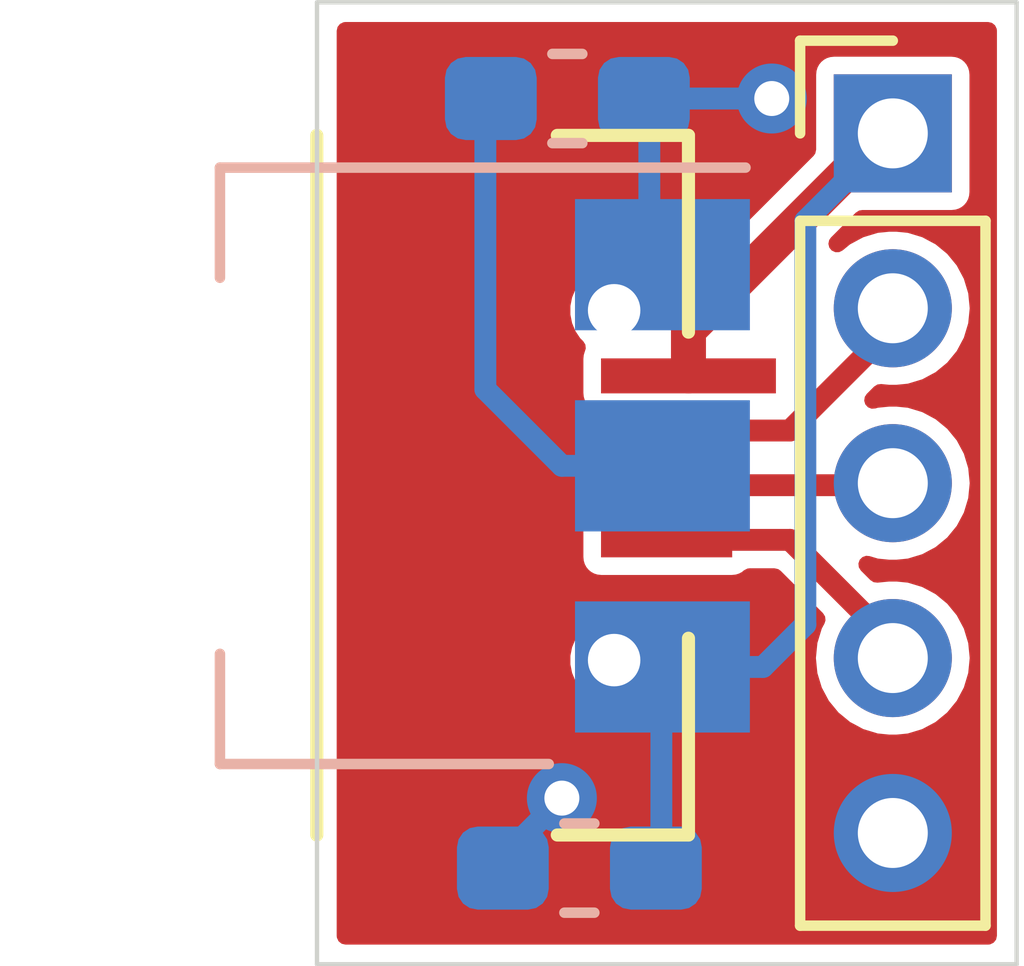
<source format=kicad_pcb>
(kicad_pcb (version 20171130) (host pcbnew 5.1.5+dfsg1-2build2)

  (general
    (thickness 1.6)
    (drawings 4)
    (tracks 32)
    (zones 0)
    (modules 5)
    (nets 7)
  )

  (page A4)
  (layers
    (0 F.Cu signal)
    (31 B.Cu signal)
    (32 B.Adhes user)
    (33 F.Adhes user)
    (34 B.Paste user)
    (35 F.Paste user)
    (36 B.SilkS user)
    (37 F.SilkS user)
    (38 B.Mask user)
    (39 F.Mask user)
    (40 Dwgs.User user)
    (41 Cmts.User user)
    (42 Eco1.User user)
    (43 Eco2.User user)
    (44 Edge.Cuts user)
    (45 Margin user)
    (46 B.CrtYd user)
    (47 F.CrtYd user)
    (48 B.Fab user hide)
    (49 F.Fab user hide)
  )

  (setup
    (last_trace_width 0.25)
    (trace_clearance 0.2)
    (zone_clearance 0.508)
    (zone_45_only no)
    (trace_min 0.2)
    (via_size 0.8)
    (via_drill 0.4)
    (via_min_size 0.4)
    (via_min_drill 0.3)
    (uvia_size 0.3)
    (uvia_drill 0.1)
    (uvias_allowed no)
    (uvia_min_size 0.2)
    (uvia_min_drill 0.1)
    (edge_width 0.05)
    (segment_width 0.2)
    (pcb_text_width 0.3)
    (pcb_text_size 1.5 1.5)
    (mod_edge_width 0.12)
    (mod_text_size 1 1)
    (mod_text_width 0.15)
    (pad_size 1.524 1.524)
    (pad_drill 0.762)
    (pad_to_mask_clearance 0.051)
    (solder_mask_min_width 0.25)
    (aux_axis_origin 188 116.5)
    (visible_elements 7FFFFFFF)
    (pcbplotparams
      (layerselection 0x010fc_ffffffff)
      (usegerberextensions true)
      (usegerberattributes false)
      (usegerberadvancedattributes false)
      (creategerberjobfile false)
      (excludeedgelayer true)
      (linewidth 0.100000)
      (plotframeref false)
      (viasonmask false)
      (mode 1)
      (useauxorigin true)
      (hpglpennumber 1)
      (hpglpenspeed 20)
      (hpglpendiameter 15.000000)
      (psnegative false)
      (psa4output false)
      (plotreference false)
      (plotvalue false)
      (plotinvisibletext false)
      (padsonsilk false)
      (subtractmaskfromsilk false)
      (outputformat 1)
      (mirror false)
      (drillshape 0)
      (scaleselection 1)
      (outputdirectory "gerbers/"))
  )

  (net 0 "")
  (net 1 "Net-(J1-Pad4)")
  (net 2 "Net-(J1-Pad3)")
  (net 3 "Net-(J1-Pad2)")
  (net 4 "Net-(C1-Pad2)")
  (net 5 "Net-(C1-Pad1)")
  (net 6 "Net-(C2-Pad1)")

  (net_class Default "This is the default net class."
    (clearance 0.2)
    (trace_width 0.25)
    (via_dia 0.8)
    (via_drill 0.4)
    (uvia_dia 0.3)
    (uvia_drill 0.1)
    (add_net "Net-(C1-Pad1)")
    (add_net "Net-(C1-Pad2)")
    (add_net "Net-(C2-Pad1)")
    (add_net "Net-(J1-Pad2)")
    (add_net "Net-(J1-Pad3)")
    (add_net "Net-(J1-Pad4)")
  )

  (module Capacitor_SMD:C_0603_1608Metric_Pad1.05x0.95mm_HandSolder (layer B.Cu) (tedit 5B301BBE) (tstamp 5E156EF5)
    (at 182.8625 117.6)
    (descr "Capacitor SMD 0603 (1608 Metric), square (rectangular) end terminal, IPC_7351 nominal with elongated pad for handsoldering. (Body size source: http://www.tortai-tech.com/upload/download/2011102023233369053.pdf), generated with kicad-footprint-generator")
    (tags "capacitor handsolder")
    (path /5E157952)
    (attr smd)
    (fp_text reference C2 (at 0 1.65) (layer B.SilkS) hide
      (effects (font (size 1 1) (thickness 0.15)) (justify mirror))
    )
    (fp_text value 100n (at 0 -1.65) (layer B.Fab)
      (effects (font (size 1 1) (thickness 0.15)) (justify mirror))
    )
    (fp_text user %R (at 0 0) (layer B.Fab)
      (effects (font (size 0.5 0.5) (thickness 0.08)) (justify mirror))
    )
    (fp_line (start 1.65 -0.73) (end -1.65 -0.73) (layer B.CrtYd) (width 0.05))
    (fp_line (start 1.65 0.73) (end 1.65 -0.73) (layer B.CrtYd) (width 0.05))
    (fp_line (start -1.65 0.73) (end 1.65 0.73) (layer B.CrtYd) (width 0.05))
    (fp_line (start -1.65 -0.73) (end -1.65 0.73) (layer B.CrtYd) (width 0.05))
    (fp_line (start -0.171267 -0.51) (end 0.171267 -0.51) (layer B.SilkS) (width 0.12))
    (fp_line (start -0.171267 0.51) (end 0.171267 0.51) (layer B.SilkS) (width 0.12))
    (fp_line (start 0.8 -0.4) (end -0.8 -0.4) (layer B.Fab) (width 0.1))
    (fp_line (start 0.8 0.4) (end 0.8 -0.4) (layer B.Fab) (width 0.1))
    (fp_line (start -0.8 0.4) (end 0.8 0.4) (layer B.Fab) (width 0.1))
    (fp_line (start -0.8 -0.4) (end -0.8 0.4) (layer B.Fab) (width 0.1))
    (pad 2 smd roundrect (at 0.875 0) (size 1.05 0.95) (layers B.Cu B.Paste B.Mask) (roundrect_rratio 0.25)
      (net 4 "Net-(C1-Pad2)"))
    (pad 1 smd roundrect (at -0.875 0) (size 1.05 0.95) (layers B.Cu B.Paste B.Mask) (roundrect_rratio 0.25)
      (net 6 "Net-(C2-Pad1)"))
    (model ${KISYS3DMOD}/Capacitor_SMD.3dshapes/C_0603_1608Metric.wrl
      (at (xyz 0 0 0))
      (scale (xyz 1 1 1))
      (rotate (xyz 0 0 0))
    )
  )

  (module Capacitor_SMD:C_0603_1608Metric_Pad1.05x0.95mm_HandSolder (layer B.Cu) (tedit 5B301BBE) (tstamp 5E156EE4)
    (at 183 126.4 180)
    (descr "Capacitor SMD 0603 (1608 Metric), square (rectangular) end terminal, IPC_7351 nominal with elongated pad for handsoldering. (Body size source: http://www.tortai-tech.com/upload/download/2011102023233369053.pdf), generated with kicad-footprint-generator")
    (tags "capacitor handsolder")
    (path /5E157D70)
    (attr smd)
    (fp_text reference C1 (at 0 1.65) (layer B.SilkS) hide
      (effects (font (size 1 1) (thickness 0.15)) (justify mirror))
    )
    (fp_text value 100n (at 0 -1.65) (layer B.Fab)
      (effects (font (size 1 1) (thickness 0.15)) (justify mirror))
    )
    (fp_text user %R (at 0 0) (layer B.Fab)
      (effects (font (size 0.5 0.5) (thickness 0.08)) (justify mirror))
    )
    (fp_line (start 1.65 -0.73) (end -1.65 -0.73) (layer B.CrtYd) (width 0.05))
    (fp_line (start 1.65 0.73) (end 1.65 -0.73) (layer B.CrtYd) (width 0.05))
    (fp_line (start -1.65 0.73) (end 1.65 0.73) (layer B.CrtYd) (width 0.05))
    (fp_line (start -1.65 -0.73) (end -1.65 0.73) (layer B.CrtYd) (width 0.05))
    (fp_line (start -0.171267 -0.51) (end 0.171267 -0.51) (layer B.SilkS) (width 0.12))
    (fp_line (start -0.171267 0.51) (end 0.171267 0.51) (layer B.SilkS) (width 0.12))
    (fp_line (start 0.8 -0.4) (end -0.8 -0.4) (layer B.Fab) (width 0.1))
    (fp_line (start 0.8 0.4) (end 0.8 -0.4) (layer B.Fab) (width 0.1))
    (fp_line (start -0.8 0.4) (end 0.8 0.4) (layer B.Fab) (width 0.1))
    (fp_line (start -0.8 -0.4) (end -0.8 0.4) (layer B.Fab) (width 0.1))
    (pad 2 smd roundrect (at 0.875 0 180) (size 1.05 0.95) (layers B.Cu B.Paste B.Mask) (roundrect_rratio 0.25)
      (net 4 "Net-(C1-Pad2)"))
    (pad 1 smd roundrect (at -0.875 0 180) (size 1.05 0.95) (layers B.Cu B.Paste B.Mask) (roundrect_rratio 0.25)
      (net 5 "Net-(C1-Pad1)"))
    (model ${KISYS3DMOD}/Capacitor_SMD.3dshapes/C_0603_1608Metric.wrl
      (at (xyz 0 0 0))
      (scale (xyz 1 1 1))
      (rotate (xyz 0 0 0))
    )
  )

  (module Package_TO_SOT_SMD:SOT-223-3_TabPin2 (layer B.Cu) (tedit 5E151EA8) (tstamp 5E156F65)
    (at 180.8 121.8 180)
    (descr "module CMS SOT223 4 pins")
    (tags "CMS SOT")
    (path /5E154D30)
    (attr smd)
    (fp_text reference U1 (at 0 4.5 180) (layer B.SilkS) hide
      (effects (font (size 1 1) (thickness 0.15)) (justify mirror))
    )
    (fp_text value AMS1117-3.3 (at 0 -4.5 180) (layer B.Fab)
      (effects (font (size 1 1) (thickness 0.15)) (justify mirror))
    )
    (fp_line (start 1.85 3.35) (end 1.85 -3.35) (layer B.Fab) (width 0.1))
    (fp_line (start -1.85 -3.35) (end 1.85 -3.35) (layer B.Fab) (width 0.1))
    (fp_line (start -4.1 3.41) (end 1.91 3.41) (layer B.SilkS) (width 0.12))
    (fp_line (start -0.85 3.35) (end 1.85 3.35) (layer B.Fab) (width 0.1))
    (fp_line (start -1.85 -3.41) (end 1.91 -3.41) (layer B.SilkS) (width 0.12))
    (fp_line (start -1.85 2.35) (end -1.85 -3.35) (layer B.Fab) (width 0.1))
    (fp_line (start -1.85 2.35) (end -0.85 3.35) (layer B.Fab) (width 0.1))
    (fp_line (start -4.4 3.6) (end -4.4 -3.6) (layer B.CrtYd) (width 0.05))
    (fp_line (start -4.4 -3.6) (end 4.4 -3.6) (layer B.CrtYd) (width 0.05))
    (fp_line (start 4.4 -3.6) (end 4.4 3.6) (layer B.CrtYd) (width 0.05))
    (fp_line (start 4.4 3.6) (end -4.4 3.6) (layer B.CrtYd) (width 0.05))
    (fp_line (start 1.91 3.41) (end 1.91 2.15) (layer B.SilkS) (width 0.12))
    (fp_line (start 1.91 -3.41) (end 1.91 -2.15) (layer B.SilkS) (width 0.12))
    (fp_text user %R (at 0 0 90) (layer B.Fab)
      (effects (font (size 0.8 0.8) (thickness 0.12)) (justify mirror))
    )
    (pad 1 smd rect (at -3.15 2.3 180) (size 2 1.5) (layers B.Cu B.Paste B.Mask)
      (net 4 "Net-(C1-Pad2)"))
    (pad 3 smd rect (at -3.15 -2.3 180) (size 2 1.5) (layers B.Cu B.Paste B.Mask)
      (net 5 "Net-(C1-Pad1)"))
    (pad 2 smd rect (at -3.15 0 180) (size 2 1.5) (layers B.Cu B.Paste B.Mask)
      (net 6 "Net-(C2-Pad1)"))
    (model ${KISYS3DMOD}/Package_TO_SOT_SMD.3dshapes/SOT-223.wrl
      (at (xyz 0 0 0))
      (scale (xyz 1 1 1))
      (rotate (xyz 0 0 0))
    )
  )

  (module microusb_breakout:MICROUSB_REINFORCED (layer F.Cu) (tedit 5DC28831) (tstamp 5E156A5A)
    (at 183.9976 122.0216 90)
    (path /5E151BF1)
    (zone_connect 2)
    (fp_text reference J1 (at -2.75 2 90) (layer F.SilkS) hide
      (effects (font (size 1 1) (thickness 0.15)))
    )
    (fp_text value USB_B_Micro (at -0.75 -5 90) (layer F.Fab)
      (effects (font (size 1 1) (thickness 0.15)))
    )
    (fp_line (start -4 -4) (end 4 -4) (layer F.SilkS) (width 0.15))
    (fp_line (start 4 0.25) (end 4 -1.25) (layer F.SilkS) (width 0.15))
    (fp_line (start 1.75 0.25) (end 4 0.25) (layer F.SilkS) (width 0.15))
    (fp_line (start -4 -1.25) (end -4 0.25) (layer F.SilkS) (width 0.15))
    (fp_line (start -1.75 0.25) (end -4 0.25) (layer F.SilkS) (width 0.15))
    (pad 4 smd rect (at -0.625 0 90) (size 0.4 1.5) (layers F.Cu F.Paste F.Mask)
      (net 1 "Net-(J1-Pad4)") (zone_connect 2))
    (pad 3 smd rect (at 0 0 90) (size 0.4 1.5) (layers F.Cu F.Paste F.Mask)
      (net 2 "Net-(J1-Pad3)") (zone_connect 2))
    (pad 2 smd rect (at 0.625 0 90) (size 0.4 1.5) (layers F.Cu F.Paste F.Mask)
      (net 3 "Net-(J1-Pad2)") (zone_connect 2))
    (pad 1 smd rect (at 1.25 0.25 90) (size 0.4 2) (layers F.Cu F.Paste F.Mask)
      (net 5 "Net-(C1-Pad1)") (zone_connect 2))
    (pad 5 smd rect (at -1.25 0.25 90) (size 0.4 2) (layers F.Cu F.Paste F.Mask)
      (net 4 "Net-(C1-Pad2)") (zone_connect 2))
    (pad 6 smd rect (at -1.1 -2.5 90) (size 1.8 1.8) (layers F.Cu F.Paste F.Mask)
      (net 4 "Net-(C1-Pad2)") (zone_connect 2))
    (pad 6 smd rect (at 1.1 -2.5 90) (size 1.8 1.8) (layers F.Cu F.Paste F.Mask)
      (net 4 "Net-(C1-Pad2)") (zone_connect 2))
    (pad 6 smd rect (at 3.8 -2.6 90) (size 2.7 2) (layers F.Cu F.Paste F.Mask)
      (net 4 "Net-(C1-Pad2)") (zone_connect 2))
    (pad 6 smd rect (at -3.8 -2.6 90) (size 2.7 2) (layers F.Cu F.Paste F.Mask)
      (net 4 "Net-(C1-Pad2)") (zone_connect 2))
    (pad "" np_thru_hole circle (at 2 -0.6 90) (size 0.6 0.6) (drill 0.6) (layers *.Cu *.Mask)
      (zone_connect 2))
    (pad "" np_thru_hole circle (at -2 -0.6 90) (size 0.6 0.6) (drill 0.6) (layers *.Cu *.Mask)
      (zone_connect 2))
    (pad 6 smd rect (at 3.9 0 90) (size 1.8 1.8) (layers F.Cu F.Paste F.Mask)
      (net 4 "Net-(C1-Pad2)") (zone_connect 2))
    (pad 6 smd rect (at -4.1 0 90) (size 1.8 1.8) (layers F.Cu F.Paste F.Mask)
      (net 4 "Net-(C1-Pad2)") (zone_connect 2))
    (model ${KISYS3DMOD}/Connector_USB.3dshapes/USB_Micro-B_Molex_47346-0001.step
      (offset (xyz 0 1.5 0))
      (scale (xyz 1 1 1))
      (rotate (xyz 0 0 180))
    )
  )

  (module Connector_PinHeader_2.00mm:PinHeader_1x05_P2.00mm_Vertical (layer F.Cu) (tedit 59FED667) (tstamp 5E156A73)
    (at 186.584201 117.9984)
    (descr "Through hole straight pin header, 1x05, 2.00mm pitch, single row")
    (tags "Through hole pin header THT 1x05 2.00mm single row")
    (path /5E152172)
    (fp_text reference J2 (at 0 -2.06) (layer F.SilkS) hide
      (effects (font (size 1 1) (thickness 0.15)))
    )
    (fp_text value USB (at 0 10.06) (layer F.Fab)
      (effects (font (size 1 1) (thickness 0.15)))
    )
    (fp_text user %R (at 0 4 90) (layer F.Fab)
      (effects (font (size 1 1) (thickness 0.15)))
    )
    (fp_line (start 1.5 -1.5) (end -1.5 -1.5) (layer F.CrtYd) (width 0.05))
    (fp_line (start 1.5 9.5) (end 1.5 -1.5) (layer F.CrtYd) (width 0.05))
    (fp_line (start -1.5 9.5) (end 1.5 9.5) (layer F.CrtYd) (width 0.05))
    (fp_line (start -1.5 -1.5) (end -1.5 9.5) (layer F.CrtYd) (width 0.05))
    (fp_line (start -1.06 -1.06) (end 0 -1.06) (layer F.SilkS) (width 0.12))
    (fp_line (start -1.06 0) (end -1.06 -1.06) (layer F.SilkS) (width 0.12))
    (fp_line (start -1.06 1) (end 1.06 1) (layer F.SilkS) (width 0.12))
    (fp_line (start 1.06 1) (end 1.06 9.06) (layer F.SilkS) (width 0.12))
    (fp_line (start -1.06 1) (end -1.06 9.06) (layer F.SilkS) (width 0.12))
    (fp_line (start -1.06 9.06) (end 1.06 9.06) (layer F.SilkS) (width 0.12))
    (fp_line (start -1 -0.5) (end -0.5 -1) (layer F.Fab) (width 0.1))
    (fp_line (start -1 9) (end -1 -0.5) (layer F.Fab) (width 0.1))
    (fp_line (start 1 9) (end -1 9) (layer F.Fab) (width 0.1))
    (fp_line (start 1 -1) (end 1 9) (layer F.Fab) (width 0.1))
    (fp_line (start -0.5 -1) (end 1 -1) (layer F.Fab) (width 0.1))
    (pad 5 thru_hole oval (at 0 8) (size 1.35 1.35) (drill 0.8) (layers *.Cu *.Mask)
      (net 4 "Net-(C1-Pad2)"))
    (pad 4 thru_hole oval (at 0 6) (size 1.35 1.35) (drill 0.8) (layers *.Cu *.Mask)
      (net 1 "Net-(J1-Pad4)"))
    (pad 3 thru_hole oval (at 0 4) (size 1.35 1.35) (drill 0.8) (layers *.Cu *.Mask)
      (net 2 "Net-(J1-Pad3)"))
    (pad 2 thru_hole oval (at 0 2) (size 1.35 1.35) (drill 0.8) (layers *.Cu *.Mask)
      (net 3 "Net-(J1-Pad2)"))
    (pad 1 thru_hole rect (at 0 0) (size 1.35 1.35) (drill 0.8) (layers *.Cu *.Mask)
      (net 5 "Net-(C1-Pad1)"))
    (model ${KISYS3DMOD}/Connector_PinHeader_2.00mm.3dshapes/PinHeader_1x05_P2.00mm_Vertical.wrl
      (at (xyz 0 0 0))
      (scale (xyz 1 1 1))
      (rotate (xyz 0 0 0))
    )
  )

  (gr_line (start 180 127.5) (end 180 116.5) (layer Edge.Cuts) (width 0.05) (tstamp 5E156CE1))
  (gr_line (start 188 127.5) (end 180 127.5) (layer Edge.Cuts) (width 0.05))
  (gr_line (start 188 116.5) (end 188 127.5) (layer Edge.Cuts) (width 0.05))
  (gr_line (start 180 116.5) (end 188 116.5) (layer Edge.Cuts) (width 0.05))

  (segment (start 186.584201 123.823199) (end 186.584201 123.9984) (width 0.25) (layer F.Cu) (net 1))
  (segment (start 183.9976 122.6466) (end 185.407602 122.6466) (width 0.25) (layer F.Cu) (net 1))
  (segment (start 185.407602 122.6466) (end 186.584201 123.823199) (width 0.25) (layer F.Cu) (net 1))
  (segment (start 186.561001 122.0216) (end 186.584201 121.9984) (width 0.25) (layer F.Cu) (net 2))
  (segment (start 183.9976 122.0216) (end 186.561001 122.0216) (width 0.25) (layer F.Cu) (net 2))
  (segment (start 186.584201 120.220001) (end 186.584201 119.9984) (width 0.25) (layer F.Cu) (net 3))
  (segment (start 183.9976 121.3966) (end 185.407602 121.3966) (width 0.25) (layer F.Cu) (net 3))
  (segment (start 185.407602 121.3966) (end 186.584201 120.220001) (width 0.25) (layer F.Cu) (net 3))
  (via (at 185.2 117.6) (size 0.8) (drill 0.4) (layers F.Cu B.Cu) (net 4))
  (segment (start 183.8 117.6) (end 185.2 117.6) (width 0.25) (layer B.Cu) (net 4))
  (segment (start 184.5192 117.6) (end 183.9976 118.1216) (width 0.25) (layer F.Cu) (net 4))
  (segment (start 185.2 117.6) (end 184.5192 117.6) (width 0.25) (layer F.Cu) (net 4))
  (via (at 182.8 125.6) (size 0.8) (drill 0.4) (layers F.Cu B.Cu) (net 4))
  (segment (start 182.0625 126.4) (end 182.0625 126.3375) (width 0.25) (layer B.Cu) (net 4))
  (segment (start 182.0625 126.3375) (end 182.8 125.6) (width 0.25) (layer B.Cu) (net 4))
  (segment (start 181.6192 125.6) (end 181.3976 125.8216) (width 0.25) (layer F.Cu) (net 4))
  (segment (start 182.8 125.6) (end 181.6192 125.6) (width 0.25) (layer F.Cu) (net 4))
  (segment (start 183.8 119.35) (end 183.95 119.5) (width 0.25) (layer B.Cu) (net 4))
  (segment (start 183.8 117.6) (end 183.8 119.35) (width 0.25) (layer B.Cu) (net 4))
  (segment (start 184.2476 120.2524) (end 184.2476 120.7716) (width 0.4) (layer F.Cu) (net 5))
  (segment (start 186.584201 117.9984) (end 186.5016 117.9984) (width 0.25) (layer F.Cu) (net 5))
  (segment (start 186.5016 117.9984) (end 184.2476 120.2524) (width 0.4) (layer F.Cu) (net 5))
  (segment (start 184.022601 124.321601) (end 184.022601 124.1) (width 0.25) (layer B.Cu) (net 5))
  (segment (start 183.9375 126.4) (end 183.9375 124.406702) (width 0.25) (layer B.Cu) (net 5))
  (segment (start 183.9375 124.406702) (end 184.022601 124.321601) (width 0.25) (layer B.Cu) (net 5))
  (segment (start 185.5842 118.998401) (end 185.5842 123.6158) (width 0.25) (layer B.Cu) (net 5))
  (segment (start 186.584201 117.9984) (end 185.5842 118.998401) (width 0.25) (layer B.Cu) (net 5))
  (segment (start 185.1 124.1) (end 184.022601 124.1) (width 0.25) (layer B.Cu) (net 5))
  (segment (start 185.5842 123.6158) (end 185.1 124.1) (width 0.25) (layer B.Cu) (net 5))
  (segment (start 181.925 117.6) (end 181.925 120.925) (width 0.25) (layer B.Cu) (net 6))
  (segment (start 182.8 121.8) (end 183.95 121.8) (width 0.25) (layer B.Cu) (net 6))
  (segment (start 181.925 120.925) (end 182.8 121.8) (width 0.25) (layer B.Cu) (net 6))

  (zone (net 4) (net_name "Net-(C1-Pad2)") (layer F.Cu) (tstamp 5E4E687F) (hatch edge 0.508)
    (connect_pads yes (clearance 0.2))
    (min_thickness 0.2)
    (fill yes (arc_segments 32) (thermal_gap 0.2) (thermal_bridge_width 0.24))
    (polygon
      (pts
        (xy 180 116.5) (xy 188 116.5) (xy 188 127.5) (xy 180 127.5)
      )
    )
    (filled_polygon
      (pts
        (xy 187.675001 127.175) (xy 180.325 127.175) (xy 180.325 123.962505) (xy 182.7976 123.962505) (xy 182.7976 124.080695)
        (xy 182.820658 124.196614) (xy 182.865887 124.305807) (xy 182.93155 124.404078) (xy 183.015122 124.48765) (xy 183.113393 124.553313)
        (xy 183.222586 124.598542) (xy 183.338505 124.6216) (xy 183.456695 124.6216) (xy 183.572614 124.598542) (xy 183.681807 124.553313)
        (xy 183.780078 124.48765) (xy 183.86365 124.404078) (xy 183.929313 124.305807) (xy 183.974542 124.196614) (xy 183.9976 124.080695)
        (xy 183.9976 123.962505) (xy 183.974542 123.846586) (xy 183.929313 123.737393) (xy 183.86365 123.639122) (xy 183.780078 123.55555)
        (xy 183.681807 123.489887) (xy 183.572614 123.444658) (xy 183.456695 123.4216) (xy 183.338505 123.4216) (xy 183.222586 123.444658)
        (xy 183.113393 123.489887) (xy 183.015122 123.55555) (xy 182.93155 123.639122) (xy 182.865887 123.737393) (xy 182.820658 123.846586)
        (xy 182.7976 123.962505) (xy 180.325 123.962505) (xy 180.325 119.962505) (xy 182.7976 119.962505) (xy 182.7976 120.080695)
        (xy 182.820658 120.196614) (xy 182.865887 120.305807) (xy 182.93155 120.404078) (xy 182.974187 120.446715) (xy 182.969096 120.45624)
        (xy 182.951941 120.51279) (xy 182.946149 120.5716) (xy 182.946149 120.9716) (xy 182.951941 121.03041) (xy 182.968228 121.0841)
        (xy 182.951941 121.13779) (xy 182.946149 121.1966) (xy 182.946149 121.5966) (xy 182.951941 121.65541) (xy 182.968228 121.7091)
        (xy 182.951941 121.76279) (xy 182.946149 121.8216) (xy 182.946149 122.2216) (xy 182.951941 122.28041) (xy 182.968228 122.3341)
        (xy 182.951941 122.38779) (xy 182.946149 122.4466) (xy 182.946149 122.8466) (xy 182.951941 122.90541) (xy 182.969096 122.96196)
        (xy 182.996953 123.014077) (xy 183.034442 123.059758) (xy 183.080123 123.097247) (xy 183.13224 123.125104) (xy 183.18879 123.142259)
        (xy 183.2476 123.148051) (xy 184.7476 123.148051) (xy 184.80641 123.142259) (xy 184.86296 123.125104) (xy 184.915077 123.097247)
        (xy 184.946328 123.0716) (xy 185.231562 123.0716) (xy 185.715419 123.555457) (xy 185.679061 123.623479) (xy 185.623309 123.807267)
        (xy 185.604484 123.9984) (xy 185.623309 124.189533) (xy 185.679061 124.373321) (xy 185.769596 124.542702) (xy 185.891436 124.691165)
        (xy 186.039899 124.813005) (xy 186.20928 124.90354) (xy 186.393068 124.959292) (xy 186.536309 124.9734) (xy 186.632093 124.9734)
        (xy 186.775334 124.959292) (xy 186.959122 124.90354) (xy 187.128503 124.813005) (xy 187.276966 124.691165) (xy 187.398806 124.542702)
        (xy 187.489341 124.373321) (xy 187.545093 124.189533) (xy 187.563918 123.9984) (xy 187.545093 123.807267) (xy 187.489341 123.623479)
        (xy 187.398806 123.454098) (xy 187.276966 123.305635) (xy 187.128503 123.183795) (xy 186.959122 123.09326) (xy 186.775334 123.037508)
        (xy 186.632093 123.0234) (xy 186.536309 123.0234) (xy 186.398969 123.036927) (xy 186.290099 122.928056) (xy 186.393068 122.959292)
        (xy 186.536309 122.9734) (xy 186.632093 122.9734) (xy 186.775334 122.959292) (xy 186.959122 122.90354) (xy 187.128503 122.813005)
        (xy 187.276966 122.691165) (xy 187.398806 122.542702) (xy 187.489341 122.373321) (xy 187.545093 122.189533) (xy 187.563918 121.9984)
        (xy 187.545093 121.807267) (xy 187.489341 121.623479) (xy 187.398806 121.454098) (xy 187.276966 121.305635) (xy 187.128503 121.183795)
        (xy 186.959122 121.09326) (xy 186.775334 121.037508) (xy 186.632093 121.0234) (xy 186.536309 121.0234) (xy 186.393068 121.037508)
        (xy 186.356703 121.048539) (xy 186.441209 120.964033) (xy 186.536309 120.9734) (xy 186.632093 120.9734) (xy 186.775334 120.959292)
        (xy 186.959122 120.90354) (xy 187.128503 120.813005) (xy 187.276966 120.691165) (xy 187.398806 120.542702) (xy 187.489341 120.373321)
        (xy 187.545093 120.189533) (xy 187.563918 119.9984) (xy 187.545093 119.807267) (xy 187.489341 119.623479) (xy 187.398806 119.454098)
        (xy 187.276966 119.305635) (xy 187.128503 119.183795) (xy 186.959122 119.09326) (xy 186.775334 119.037508) (xy 186.632093 119.0234)
        (xy 186.536309 119.0234) (xy 186.393068 119.037508) (xy 186.20928 119.09326) (xy 186.039899 119.183795) (xy 185.947397 119.259709)
        (xy 186.232255 118.974851) (xy 187.259201 118.974851) (xy 187.318011 118.969059) (xy 187.374561 118.951904) (xy 187.426678 118.924047)
        (xy 187.472359 118.886558) (xy 187.509848 118.840877) (xy 187.537705 118.78876) (xy 187.55486 118.73221) (xy 187.560652 118.6734)
        (xy 187.560652 117.3234) (xy 187.55486 117.26459) (xy 187.537705 117.20804) (xy 187.509848 117.155923) (xy 187.472359 117.110242)
        (xy 187.426678 117.072753) (xy 187.374561 117.044896) (xy 187.318011 117.027741) (xy 187.259201 117.021949) (xy 185.909201 117.021949)
        (xy 185.850391 117.027741) (xy 185.793841 117.044896) (xy 185.741724 117.072753) (xy 185.696043 117.110242) (xy 185.658554 117.155923)
        (xy 185.630697 117.20804) (xy 185.613542 117.26459) (xy 185.60775 117.3234) (xy 185.60775 118.185143) (xy 183.966273 119.826622)
        (xy 183.929313 119.737393) (xy 183.86365 119.639122) (xy 183.780078 119.55555) (xy 183.681807 119.489887) (xy 183.572614 119.444658)
        (xy 183.456695 119.4216) (xy 183.338505 119.4216) (xy 183.222586 119.444658) (xy 183.113393 119.489887) (xy 183.015122 119.55555)
        (xy 182.93155 119.639122) (xy 182.865887 119.737393) (xy 182.820658 119.846586) (xy 182.7976 119.962505) (xy 180.325 119.962505)
        (xy 180.325 116.825) (xy 187.675 116.825)
      )
    )
  )
)

</source>
